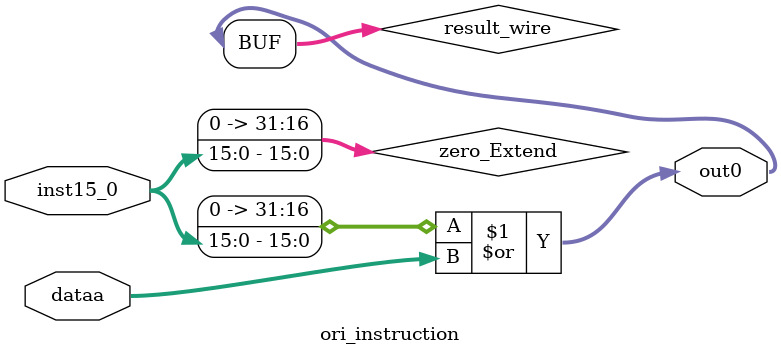
<source format=v>
module ori_instruction(out0, dataa, inst15_0);

input[15:0] inst15_0;
input[31:0] dataa;
output[31:0] out0;
genvar i;

wire[31:0] result_wire;     //holding the result
wire[31:0] zero_Extend;     //will hold the zero extended input


for(i=31; i>15; i=i-1)      //extend with zero for 31:16
begin
  assign zero_Extend[i] = 1'b0;
end
for(i=15; i>-1; i=i-1)      //copy the input 15:0
begin
  assign zero_Extend[i] = inst15_0[i];
end

  assign result_wire = (zero_Extend|dataa);    // OR result of DataA[i]|zero_Extand[i]


assign out0 = result_wire;  //assign the final result as output

endmodule
</source>
